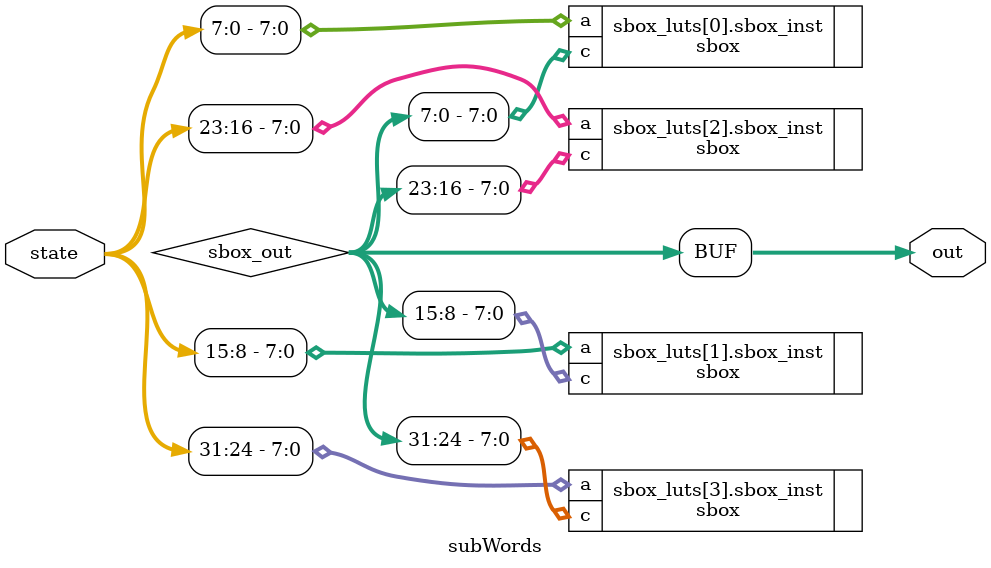
<source format=sv>
module subWords(
    input [31:0] state,
    output [31:0] out
);

logic [31:0] sbox_out;

genvar i;
generate
    for (i = 0; i < 4; i = i + 1) begin : sbox_luts
        sbox sbox_inst (
            .a(state[i*8 +: 8]),
            .c(sbox_out[i*8 +: 8])
        );
    end
endgenerate

assign out = sbox_out;

endmodule
</source>
